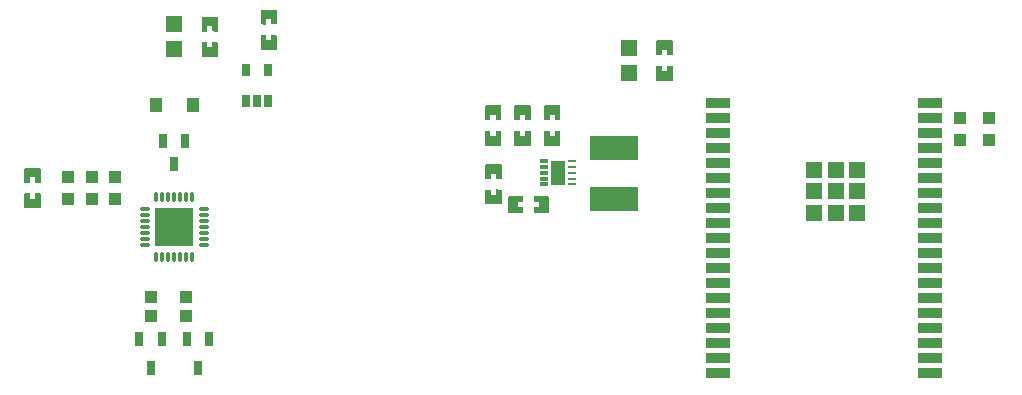
<source format=gbp>
G04 Layer: BottomPasteMaskLayer*
G04 EasyEDA v6.5.20, 2022-12-02 00:59:29*
G04 a67cddfb3fce44daa9051d46cbbcc19f,10*
G04 Gerber Generator version 0.2*
G04 Scale: 100 percent, Rotated: No, Reflected: No *
G04 Dimensions in millimeters *
G04 leading zeros omitted , absolute positions ,4 integer and 5 decimal *
%FSLAX45Y45*%
%MOMM*%

%AMMACRO1*21,1,$1,$2,0,0,$3*%
%ADD10R,0.6650X0.2800*%
%ADD11MACRO1,0.665X0.28X0.0000*%
%ADD12R,1.2500X2.0000*%
%ADD13MACRO1,2X4X90.0000*%
%ADD14MACRO1,1.3005X1.3995X90.0000*%
%ADD15MACRO1,3.2X3.2X0.0000*%
%ADD16O,0.2800096X0.8999982*%
%ADD17O,0.8999982X0.2800096*%
%ADD18MACRO1,1X1.1X-90.0000*%
%ADD19MACRO1,1X1.2X0.0000*%
%ADD20MACRO1,1.25X0.7X90.0000*%
%ADD21MACRO1,0.7X1.25X0.0000*%
%ADD22MACRO1,1X0.6X-90.0000*%
%ADD23MACRO1,1X1.1X90.0000*%
%ADD24MACRO1,2X0.9X0.0000*%
%ADD25MACRO1,1.33X1.33X0.0000*%
%ADD26C,0.0122*%

%LPD*%
G36*
X5049977Y8348980D02*
G01*
X5044998Y8344001D01*
X5044490Y8302955D01*
X5089499Y8302955D01*
X5089499Y8257997D01*
X5045506Y8257997D01*
X5044998Y8215985D01*
X5049977Y8210956D01*
X5164988Y8210956D01*
X5169966Y8215985D01*
X5169966Y8344001D01*
X5164988Y8348980D01*
G37*
G36*
X4834991Y8348980D02*
G01*
X4830013Y8344001D01*
X4830013Y8215985D01*
X4834991Y8210956D01*
X4950002Y8210956D01*
X4954981Y8215985D01*
X4954981Y8257997D01*
X4910480Y8257997D01*
X4910480Y8302955D01*
X4954473Y8302955D01*
X4954981Y8344001D01*
X4950002Y8348980D01*
G37*
G36*
X4636008Y9119971D02*
G01*
X4630978Y9114993D01*
X4630978Y8999982D01*
X4636008Y8995003D01*
X4677003Y8994495D01*
X4677003Y9039504D01*
X4722012Y9039504D01*
X4722012Y8995460D01*
X4763973Y8995003D01*
X4769002Y8999982D01*
X4769002Y9114993D01*
X4763973Y9119971D01*
G37*
G36*
X4636008Y8904986D02*
G01*
X4630978Y8900007D01*
X4630978Y8784996D01*
X4636008Y8779967D01*
X4763973Y8779967D01*
X4769002Y8784996D01*
X4769002Y8900007D01*
X4763973Y8904986D01*
X4722012Y8904986D01*
X4722012Y8860485D01*
X4677003Y8860485D01*
X4677003Y8904478D01*
G37*
G36*
X4885994Y9119971D02*
G01*
X4880965Y9114993D01*
X4880965Y8999982D01*
X4885994Y8995003D01*
X4926990Y8994495D01*
X4926990Y9039504D01*
X4971999Y9039504D01*
X4971999Y8995460D01*
X5014010Y8995003D01*
X5018989Y8999982D01*
X5018989Y9114993D01*
X5014010Y9119971D01*
G37*
G36*
X4885994Y8904986D02*
G01*
X4880965Y8900007D01*
X4880965Y8784996D01*
X4885994Y8779967D01*
X5014010Y8779967D01*
X5018989Y8784996D01*
X5018989Y8900007D01*
X5014010Y8904986D01*
X4971999Y8904986D01*
X4971999Y8860485D01*
X4926990Y8860485D01*
X4926990Y8904478D01*
G37*
G36*
X5223002Y8905494D02*
G01*
X5223002Y8860485D01*
X5177993Y8860485D01*
X5177993Y8904478D01*
X5135981Y8904986D01*
X5131003Y8900007D01*
X5131003Y8784996D01*
X5135981Y8779967D01*
X5263997Y8779967D01*
X5268976Y8784996D01*
X5268976Y8900007D01*
X5263997Y8904986D01*
G37*
G36*
X5135981Y9119971D02*
G01*
X5131003Y9114993D01*
X5131003Y8999982D01*
X5135981Y8995003D01*
X5177993Y8995003D01*
X5177993Y9039504D01*
X5223002Y9039504D01*
X5223002Y8995460D01*
X5263997Y8995003D01*
X5268976Y8999982D01*
X5268976Y9114993D01*
X5263997Y9119971D01*
G37*
G36*
X4725009Y8408009D02*
G01*
X4725009Y8363000D01*
X4680000Y8363000D01*
X4680000Y8406993D01*
X4637989Y8407501D01*
X4633010Y8402472D01*
X4633010Y8287461D01*
X4637989Y8282482D01*
X4766005Y8282482D01*
X4770983Y8287461D01*
X4770983Y8402472D01*
X4766005Y8407501D01*
G37*
G36*
X4637989Y8622487D02*
G01*
X4633010Y8617458D01*
X4633010Y8502497D01*
X4637989Y8497468D01*
X4680000Y8497468D01*
X4680000Y8541969D01*
X4725009Y8541969D01*
X4725009Y8497976D01*
X4766005Y8497468D01*
X4770983Y8502497D01*
X4770983Y8617458D01*
X4766005Y8622487D01*
G37*
G36*
X6172962Y9455505D02*
G01*
X6172962Y9410496D01*
X6128004Y9410496D01*
X6128004Y9454489D01*
X6085992Y9454997D01*
X6080963Y9449968D01*
X6080963Y9334957D01*
X6085992Y9329978D01*
X6214008Y9329978D01*
X6218986Y9334957D01*
X6218986Y9449968D01*
X6214008Y9454997D01*
G37*
G36*
X6085992Y9669983D02*
G01*
X6080963Y9664954D01*
X6080963Y9549993D01*
X6085992Y9544964D01*
X6128004Y9544964D01*
X6128004Y9589465D01*
X6172962Y9589465D01*
X6172962Y9545472D01*
X6214008Y9544964D01*
X6218986Y9549993D01*
X6218986Y9664954D01*
X6214008Y9669983D01*
G37*
G36*
X735990Y8589975D02*
G01*
X731012Y8584996D01*
X731012Y8469985D01*
X735990Y8465007D01*
X776986Y8464499D01*
X776986Y8509457D01*
X821994Y8509457D01*
X821994Y8465464D01*
X864006Y8465007D01*
X868984Y8469985D01*
X868984Y8584996D01*
X864006Y8589975D01*
G37*
G36*
X735990Y8374989D02*
G01*
X731012Y8369960D01*
X731012Y8255000D01*
X735990Y8249970D01*
X864006Y8249970D01*
X868984Y8255000D01*
X868984Y8369960D01*
X864006Y8374989D01*
X821994Y8374989D01*
X821994Y8330488D01*
X776986Y8330488D01*
X776986Y8374481D01*
G37*
G36*
X2323033Y9655505D02*
G01*
X2323033Y9610496D01*
X2278024Y9610496D01*
X2278024Y9654489D01*
X2236012Y9654997D01*
X2231034Y9650018D01*
X2231034Y9535007D01*
X2236012Y9530029D01*
X2364028Y9530029D01*
X2369007Y9535007D01*
X2369007Y9650018D01*
X2364028Y9654997D01*
G37*
G36*
X2236012Y9869982D02*
G01*
X2231034Y9865004D01*
X2231034Y9749993D01*
X2236012Y9745014D01*
X2278024Y9745014D01*
X2278024Y9789515D01*
X2323033Y9789515D01*
X2323033Y9745522D01*
X2364028Y9745014D01*
X2369007Y9749993D01*
X2369007Y9865004D01*
X2364028Y9869982D01*
G37*
G36*
X2735884Y9930028D02*
G01*
X2730906Y9924999D01*
X2730906Y9809988D01*
X2735884Y9805009D01*
X2776880Y9804501D01*
X2776880Y9849510D01*
X2821889Y9849510D01*
X2821889Y9805517D01*
X2863900Y9805009D01*
X2868879Y9809988D01*
X2868879Y9924999D01*
X2863900Y9930028D01*
G37*
G36*
X2735884Y9714992D02*
G01*
X2730906Y9710013D01*
X2730906Y9595002D01*
X2735884Y9590024D01*
X2863900Y9590024D01*
X2868879Y9595002D01*
X2868879Y9710013D01*
X2863900Y9714992D01*
X2821889Y9714992D01*
X2821889Y9670491D01*
X2776880Y9670491D01*
X2776880Y9714484D01*
G37*
D10*
G01*
X5365737Y8649982D03*
G01*
X5365737Y8599970D03*
G01*
X5365737Y8549982D03*
G01*
X5365737Y8499970D03*
G01*
X5365737Y8449983D03*
D11*
G01*
X5134240Y8649982D03*
G01*
X5134240Y8599982D03*
G01*
X5134240Y8549982D03*
G01*
X5134240Y8499983D03*
G01*
X5134240Y8449983D03*
D12*
G01*
X5249989Y8549982D03*
D13*
G01*
X5723346Y8326821D03*
G01*
X5723346Y8757630D03*
D14*
G01*
X5849988Y9394952D03*
G01*
X5849988Y9605010D03*
D15*
G01*
X1999983Y8089971D03*
D16*
G01*
X1849881Y7839989D03*
G01*
X1899920Y7839989D03*
G01*
X1949958Y7839989D03*
G01*
X1999970Y7839989D03*
G01*
X2050034Y7839989D03*
G01*
X2100072Y7839989D03*
G01*
X2150109Y7839989D03*
D17*
G01*
X2250008Y7939862D03*
G01*
X2250008Y7989900D03*
G01*
X2250008Y8039938D03*
G01*
X2250008Y8089976D03*
G01*
X2250008Y8140014D03*
G01*
X2250008Y8190052D03*
G01*
X2250008Y8240090D03*
D16*
G01*
X2150109Y8339988D03*
G01*
X2100072Y8339988D03*
G01*
X2050034Y8339988D03*
G01*
X1999970Y8339988D03*
G01*
X1949958Y8339988D03*
G01*
X1899920Y8339988D03*
G01*
X1849881Y8339988D03*
D17*
G01*
X1750009Y8240090D03*
G01*
X1750009Y8190052D03*
G01*
X1750009Y8140014D03*
G01*
X1750009Y8089976D03*
G01*
X1750009Y8039938D03*
G01*
X1750009Y7989900D03*
G01*
X1750009Y7939862D03*
D18*
G01*
X1099997Y8509980D03*
G01*
X1099997Y8329970D03*
G01*
X1300098Y8509980D03*
G01*
X1300098Y8329970D03*
G01*
X1499997Y8509980D03*
G01*
X1499997Y8329970D03*
D19*
G01*
X1845005Y9119981D03*
G01*
X2154986Y9119981D03*
D14*
G01*
X1999996Y9594951D03*
G01*
X1999996Y9805009D03*
D20*
G01*
X1905000Y8819982D03*
G01*
X2094990Y8819982D03*
G01*
X1999994Y8619982D03*
D21*
G01*
X1799996Y6895017D03*
G01*
X1894992Y7144953D03*
G01*
X1705000Y7144953D03*
G01*
X2199995Y6895017D03*
G01*
X2294991Y7144953D03*
G01*
X2104999Y7144953D03*
D22*
G01*
X2794990Y9419996D03*
G01*
X2604998Y9419996D03*
G01*
X2604998Y9159976D03*
G01*
X2699994Y9159976D03*
G01*
X2794990Y9159976D03*
D18*
G01*
X1799996Y7339977D03*
G01*
X1799996Y7499977D03*
G01*
X2099995Y7339977D03*
G01*
X2099995Y7499977D03*
D23*
G01*
X8899982Y8829984D03*
G01*
X8899982Y9009994D03*
D24*
G01*
X8399975Y9142996D03*
G01*
X8399975Y9015996D03*
G01*
X8399975Y8888996D03*
G01*
X8399975Y8761996D03*
G01*
X8399975Y8634996D03*
G01*
X8399975Y8507996D03*
G01*
X8399975Y8380996D03*
G01*
X8399975Y8253996D03*
G01*
X8399975Y8126996D03*
G01*
X8399975Y7999996D03*
G01*
X8399975Y7872996D03*
G01*
X8399975Y7745996D03*
G01*
X8399975Y7618996D03*
G01*
X8399975Y7491996D03*
G01*
X8399975Y7364996D03*
G01*
X8399975Y7237996D03*
G01*
X8399975Y7110996D03*
G01*
X8399975Y6983996D03*
G01*
X8399975Y6856996D03*
G01*
X6599989Y6856996D03*
G01*
X6599989Y6983996D03*
G01*
X6599989Y7110996D03*
G01*
X6599989Y7237996D03*
G01*
X6599989Y7364996D03*
G01*
X6599989Y7491996D03*
G01*
X6599989Y7618996D03*
G01*
X6599989Y7745996D03*
G01*
X6599989Y7872996D03*
G01*
X6599989Y7999996D03*
G01*
X6599989Y8126996D03*
G01*
X6599989Y8253996D03*
G01*
X6599989Y8380996D03*
G01*
X6599989Y8507996D03*
G01*
X6599989Y8634996D03*
G01*
X6599989Y8761996D03*
G01*
X6599989Y8888996D03*
G01*
X6599989Y9015996D03*
G01*
X6599989Y9142996D03*
D25*
G01*
X7599982Y8393010D03*
G01*
X7783482Y8393008D03*
G01*
X7416497Y8393008D03*
G01*
X7783482Y8576495D03*
G01*
X7599982Y8576497D03*
G01*
X7416474Y8576492D03*
G01*
X7783482Y8209500D03*
G01*
X7599982Y8209503D03*
G01*
X7416497Y8209506D03*
D23*
G01*
X8650058Y8829974D03*
G01*
X8650058Y9009984D03*
M02*

</source>
